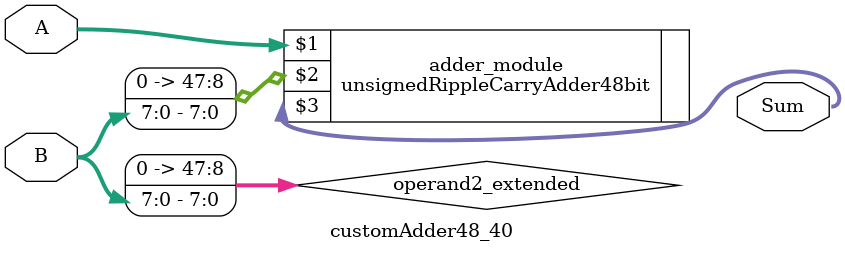
<source format=v>
module customAdder48_40(
                        input [47 : 0] A,
                        input [7 : 0] B,
                        
                        output [48 : 0] Sum
                );

        wire [47 : 0] operand2_extended;
        
        assign operand2_extended =  {40'b0, B};
        
        unsignedRippleCarryAdder48bit adder_module(
            A,
            operand2_extended,
            Sum
        );
        
        endmodule
        
</source>
